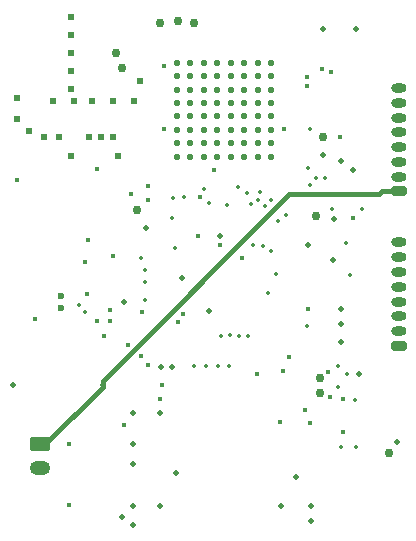
<source format=gbr>
%TF.GenerationSoftware,KiCad,Pcbnew,7.0.6*%
%TF.CreationDate,2024-02-04T23:38:57-08:00*%
%TF.ProjectId,sulu_ads1299,73756c75-5f61-4647-9331-3239392e6b69,rev?*%
%TF.SameCoordinates,Original*%
%TF.FileFunction,Copper,L4,Inr*%
%TF.FilePolarity,Positive*%
%FSLAX46Y46*%
G04 Gerber Fmt 4.6, Leading zero omitted, Abs format (unit mm)*
G04 Created by KiCad (PCBNEW 7.0.6) date 2024-02-04 23:38:57*
%MOMM*%
%LPD*%
G01*
G04 APERTURE LIST*
G04 Aperture macros list*
%AMRoundRect*
0 Rectangle with rounded corners*
0 $1 Rounding radius*
0 $2 $3 $4 $5 $6 $7 $8 $9 X,Y pos of 4 corners*
0 Add a 4 corners polygon primitive as box body*
4,1,4,$2,$3,$4,$5,$6,$7,$8,$9,$2,$3,0*
0 Add four circle primitives for the rounded corners*
1,1,$1+$1,$2,$3*
1,1,$1+$1,$4,$5*
1,1,$1+$1,$6,$7*
1,1,$1+$1,$8,$9*
0 Add four rect primitives between the rounded corners*
20,1,$1+$1,$2,$3,$4,$5,0*
20,1,$1+$1,$4,$5,$6,$7,0*
20,1,$1+$1,$6,$7,$8,$9,0*
20,1,$1+$1,$8,$9,$2,$3,0*%
G04 Aperture macros list end*
%TA.AperFunction,ComponentPad*%
%ADD10C,0.762000*%
%TD*%
%TA.AperFunction,ComponentPad*%
%ADD11RoundRect,0.250000X-0.625000X0.350000X-0.625000X-0.350000X0.625000X-0.350000X0.625000X0.350000X0*%
%TD*%
%TA.AperFunction,ComponentPad*%
%ADD12O,1.750000X1.200000*%
%TD*%
%TA.AperFunction,ComponentPad*%
%ADD13RoundRect,0.200000X0.450000X-0.200000X0.450000X0.200000X-0.450000X0.200000X-0.450000X-0.200000X0*%
%TD*%
%TA.AperFunction,ComponentPad*%
%ADD14O,1.300000X0.800000*%
%TD*%
%TA.AperFunction,ComponentPad*%
%ADD15C,0.568750*%
%TD*%
%TA.AperFunction,ComponentPad*%
%ADD16C,0.600000*%
%TD*%
%TA.AperFunction,ViaPad*%
%ADD17C,0.400000*%
%TD*%
%TA.AperFunction,ViaPad*%
%ADD18C,0.500000*%
%TD*%
%TA.AperFunction,ViaPad*%
%ADD19C,0.609600*%
%TD*%
%TA.AperFunction,ViaPad*%
%ADD20C,0.350000*%
%TD*%
%TA.AperFunction,Conductor*%
%ADD21C,0.406400*%
%TD*%
G04 APERTURE END LIST*
D10*
%TO.N,Net-(J11-pin)*%
%TO.C,J11*%
X94996000Y-55880000D03*
%TD*%
%TO.N,Net-(J8-pin)*%
%TO.C,J8*%
X94488000Y-54610000D03*
%TD*%
D11*
%TO.N,+EXT_BAT*%
%TO.C,J2*%
X88087200Y-87782400D03*
D12*
%TO.N,GND*%
X88087200Y-89782400D03*
%TD*%
D13*
%TO.N,+EXT_BAT*%
%TO.C,J1*%
X118433000Y-66351000D03*
D14*
%TO.N,/HARD_RESET*%
X118433000Y-65101000D03*
%TO.N,/3WB_DATA*%
X118433000Y-63851000D03*
%TO.N,/3WB_ENB*%
X118433000Y-62601000D03*
%TO.N,/3WB_CLK*%
X118433000Y-61351000D03*
%TO.N,/RsRx*%
X118433000Y-60101000D03*
%TO.N,/RsTx*%
X118433000Y-58851000D03*
%TO.N,GND*%
X118433000Y-57601000D03*
%TD*%
D10*
%TO.N,Net-(U4-CLK)*%
%TO.C,TP3*%
X111379000Y-68453000D03*
%TD*%
%TO.N,Net-(J20-pin)*%
%TO.C,J20*%
X96266000Y-67945000D03*
%TD*%
D15*
%TO.N,GND*%
%TO.C,U5*%
X99650750Y-55454750D03*
X99650750Y-56592250D03*
X99650750Y-57729750D03*
X99650750Y-58867250D03*
X99650750Y-60004750D03*
X99650750Y-61142250D03*
X99650750Y-62279750D03*
X99650750Y-63417250D03*
X100788250Y-55454750D03*
X100788250Y-56592250D03*
X100788250Y-57729750D03*
X100788250Y-58867250D03*
X100788250Y-60004750D03*
X100788250Y-61142250D03*
X100788250Y-62279750D03*
X100788250Y-63417250D03*
X101925750Y-55454750D03*
X101925750Y-56592250D03*
X101925750Y-57729750D03*
X101925750Y-58867250D03*
X101925750Y-60004750D03*
X101925750Y-61142250D03*
X101925750Y-62279750D03*
X101925750Y-63417250D03*
X103063250Y-55454750D03*
X103063250Y-56592250D03*
X103063250Y-57729750D03*
X103063250Y-58867250D03*
X103063250Y-60004750D03*
X103063250Y-61142250D03*
X103063250Y-62279750D03*
X103063250Y-63417250D03*
X104200750Y-55454750D03*
X104200750Y-56592250D03*
X104200750Y-57729750D03*
X104200750Y-58867250D03*
X104200750Y-60004750D03*
X104200750Y-61142250D03*
X104200750Y-62279750D03*
X104200750Y-63417250D03*
X105338250Y-55454750D03*
X105338250Y-56592250D03*
X105338250Y-57729750D03*
X105338250Y-58867250D03*
X105338250Y-60004750D03*
X105338250Y-61142250D03*
X105338250Y-62279750D03*
X105338250Y-63417250D03*
X106475750Y-55454750D03*
X106475750Y-56592250D03*
X106475750Y-57729750D03*
X106475750Y-58867250D03*
X106475750Y-60004750D03*
X106475750Y-61142250D03*
X106475750Y-62279750D03*
X106475750Y-63417250D03*
X107613250Y-55454750D03*
X107613250Y-56592250D03*
X107613250Y-57729750D03*
X107613250Y-58867250D03*
X107613250Y-60004750D03*
X107613250Y-61142250D03*
X107613250Y-62279750D03*
X107613250Y-63417250D03*
%TD*%
D10*
%TO.N,Net-(J4-pin)*%
%TO.C,J4*%
X98171000Y-52070000D03*
%TD*%
%TO.N,/ADS_IN1N_CONN*%
%TO.C,TP2*%
X111760000Y-82169000D03*
%TD*%
%TO.N,Net-(J5-pin)*%
%TO.C,J5*%
X99695000Y-51943000D03*
%TD*%
%TO.N,Net-(J6-pin)*%
%TO.C,J6*%
X101092000Y-52070000D03*
%TD*%
%TO.N,/SCUM_GPIO5*%
%TO.C,TP4*%
X117576600Y-88519000D03*
%TD*%
D16*
%TO.N,GND*%
%TO.C,U3*%
X89804200Y-75246800D03*
X89804200Y-76246800D03*
%TD*%
D10*
%TO.N,Net-(J16-pin)*%
%TO.C,J16*%
X112014000Y-61722000D03*
%TD*%
D13*
%TO.N,/SCUM_GPIO0*%
%TO.C,J7*%
X118433000Y-79432000D03*
D14*
%TO.N,/SCUM_GPIO3*%
X118433000Y-78182000D03*
%TO.N,/SCUM_GPIO11*%
X118433000Y-76932000D03*
%TO.N,/SCUM_GPIO12*%
X118433000Y-75682000D03*
%TO.N,/SCUM_GPIO13*%
X118433000Y-74432000D03*
%TO.N,/SCUM_GPIO14*%
X118433000Y-73182000D03*
%TO.N,/+1.8V_SCUM*%
X118433000Y-71932000D03*
%TO.N,/+1.8V_ADS*%
X118433000Y-70682000D03*
%TD*%
D10*
%TO.N,/ADS_IN1P_CONN*%
%TO.C,TP1*%
X111760000Y-83439000D03*
%TD*%
D17*
%TO.N,GND*%
X101600000Y-66802000D03*
D18*
X114554000Y-64516000D03*
X113538000Y-63754000D03*
D17*
%TO.N,/EXT_BAT_SW*%
X92837000Y-64465200D03*
X94259400Y-71805800D03*
%TO.N,/+1.8V_SCUM*%
X86110000Y-65352800D03*
%TO.N,Net-(U7-FEEDBACK)*%
X92075000Y-70487000D03*
X91897200Y-72361200D03*
D19*
%TO.N,GND*%
X92456000Y-58674000D03*
X92202000Y-61722000D03*
X94234000Y-61722000D03*
X90932000Y-58674000D03*
X96012000Y-58674000D03*
X89662000Y-61722000D03*
X87122000Y-61214000D03*
X86106000Y-60198000D03*
X88392000Y-61722000D03*
X89154000Y-58674000D03*
X86106000Y-58420000D03*
X90678000Y-57658000D03*
X90678000Y-56134000D03*
X90678000Y-54610000D03*
X96520000Y-57023000D03*
D18*
X113538000Y-76327000D03*
X113538000Y-77597000D03*
D19*
X90678000Y-51562000D03*
X90678000Y-53086000D03*
D18*
X98196400Y-85090000D03*
X103251000Y-70104000D03*
X100076000Y-73660000D03*
X112014000Y-52578000D03*
X108458000Y-92964000D03*
X95885000Y-85090000D03*
X98171000Y-92964000D03*
X102362000Y-76454000D03*
D19*
X90678000Y-63373000D03*
D18*
X98272600Y-81229200D03*
X95885000Y-94615000D03*
X110998000Y-94234000D03*
X110744000Y-70866000D03*
D19*
X93218000Y-61722000D03*
D18*
X95123000Y-75692000D03*
X112903000Y-68707000D03*
D19*
X94615000Y-63373000D03*
D18*
X99212400Y-81254600D03*
D19*
X94234000Y-58674000D03*
D18*
X113538000Y-79121000D03*
X109728000Y-90551000D03*
D20*
X110947200Y-61112400D03*
D18*
X95885000Y-89408000D03*
X95885000Y-92964000D03*
X112014000Y-63246000D03*
X95885000Y-87757000D03*
X112842000Y-72136000D03*
X110998000Y-92964000D03*
X114808000Y-52578000D03*
%TO.N,+EXT_BAT*%
X93373500Y-82753200D03*
D20*
%TO.N,+5V_REG*%
X96901000Y-74066400D03*
X96901000Y-73025000D03*
D17*
X93497400Y-78590200D03*
D20*
X96901000Y-75539600D03*
D17*
X110744000Y-76327000D03*
D18*
X118313200Y-87604600D03*
D20*
X96570800Y-72034400D03*
X91389200Y-75996800D03*
D17*
%TO.N,/+1.8V_SCUM*%
X98552000Y-55753000D03*
X102743000Y-64516000D03*
X95758000Y-66548000D03*
X114554000Y-68580000D03*
X108712000Y-61087000D03*
X98552000Y-61087000D03*
D18*
%TO.N,/+1.8V_ADS*%
X97000000Y-69497000D03*
X115064000Y-81788000D03*
%TO.N,/EXT_BAT_SW*%
X85750400Y-82778600D03*
D17*
X91998800Y-75031600D03*
D20*
X91897200Y-76606400D03*
D17*
X87655400Y-77139800D03*
%TO.N,/ADS_IN2N*%
X95504000Y-79354300D03*
X96596200Y-80314800D03*
%TO.N,/ADS_IN1N*%
X106454000Y-81788000D03*
X99771200Y-77393800D03*
X108585000Y-81557000D03*
X93954600Y-77361300D03*
%TO.N,/ADS_IN1P*%
X93954600Y-76391300D03*
X100177600Y-76758800D03*
X92862400Y-77361300D03*
D20*
%TO.N,/ADS_IN4N*%
X101092000Y-81153000D03*
X103378000Y-78613000D03*
%TO.N,/ADS_IN4P*%
X102108000Y-81153000D03*
X104140000Y-78486000D03*
%TO.N,/ADS_IN3N*%
X104902000Y-78613000D03*
X103124000Y-81153000D03*
%TO.N,/ADS_IN3P*%
X104013000Y-81153000D03*
X105664000Y-78613000D03*
%TO.N,/~{ADS_PWDN}*%
X113919000Y-70739000D03*
X113563400Y-88011000D03*
X114044000Y-81788000D03*
X107569000Y-71374000D03*
D17*
%TO.N,/HARD_RESET*%
X113474500Y-61785500D03*
D20*
%TO.N,/3WB_DATA*%
X115316000Y-67818000D03*
X112776000Y-67818000D03*
%TO.N,/3WB_ENB*%
X110871000Y-65786000D03*
X108839000Y-68326000D03*
%TO.N,/3WB_CLK*%
X108204000Y-68834000D03*
X112140074Y-65261531D03*
%TO.N,/RsRx*%
X111379000Y-65187818D03*
X107605220Y-67100211D03*
%TO.N,/RsTx*%
X110744000Y-64389000D03*
X106680000Y-66421000D03*
D18*
%TO.N,/ADS_IN4P_CONN*%
X99568000Y-90170000D03*
X94970600Y-93903800D03*
D17*
%TO.N,Net-(U5-AUX_LDO_OUTPUT)*%
X110617000Y-57404000D03*
X112649000Y-56261000D03*
%TO.N,Net-(J20-pin)*%
X97155000Y-65913000D03*
%TO.N,/SCUM_GPIO0*%
X97155000Y-67056000D03*
%TO.N,/SCUM_GPIO1*%
X90525600Y-92913200D03*
X98221800Y-83947000D03*
X98374200Y-82727800D03*
D20*
X99441000Y-71120000D03*
X99187000Y-68580000D03*
D17*
X110490000Y-84886800D03*
D20*
X99314000Y-66929000D03*
D17*
%TO.N,/SCUM_GPIO2*%
X109093000Y-80391000D03*
X90525600Y-87731600D03*
D20*
X100203000Y-66802000D03*
X110617000Y-77724000D03*
D17*
X110871000Y-85979000D03*
%TO.N,/SCUM_GPIO3*%
X101422200Y-70129400D03*
D20*
%TO.N,/SCUM_GPIO5*%
X114833400Y-88011000D03*
X113284000Y-82931000D03*
X101930200Y-66116200D03*
X114300000Y-73406000D03*
X114757200Y-83997800D03*
X106934000Y-70993000D03*
X113284000Y-81153000D03*
X105882000Y-67401000D03*
%TO.N,/SCUM_GPIO11*%
X107365800Y-74980800D03*
%TO.N,/SCUM_GPIO12*%
X108026200Y-73380600D03*
X107061000Y-67614800D03*
X104775000Y-66014600D03*
D17*
%TO.N,/SCUM_GPIO13*%
X103301800Y-70916800D03*
D20*
X102387400Y-67335400D03*
X105613200Y-66471800D03*
D17*
%TO.N,/SCUM_GPIO14*%
X105181400Y-72009000D03*
D20*
X103886000Y-67538600D03*
X106527600Y-67106800D03*
D17*
%TO.N,/SELF_TEST_P*%
X112420400Y-81686400D03*
X113690400Y-83947000D03*
%TO.N,/SELF_TEST_N*%
X113715800Y-86766400D03*
X112598200Y-83743800D03*
%TO.N,Net-(U5-VDDD_DISABLE)*%
X110617000Y-56642000D03*
X111887000Y-56007000D03*
D20*
%TO.N,Net-(U4-CLK)*%
X106045000Y-70866000D03*
D17*
%TO.N,/ADS1299/BIASINV*%
X96723200Y-76555600D03*
X97205800Y-81026000D03*
%TO.N,/ADS_BIAS_ELEC*%
X95123000Y-86106000D03*
X108331000Y-85852000D03*
%TD*%
D21*
%TO.N,+EXT_BAT*%
X116986200Y-66351000D02*
X118433000Y-66351000D01*
X109170800Y-66597200D02*
X116740000Y-66597200D01*
X93373500Y-82394500D02*
X109170800Y-66597200D01*
X116740000Y-66597200D02*
X116986200Y-66351000D01*
X93373500Y-82753200D02*
X93373500Y-82394500D01*
X88493600Y-87782400D02*
X88087200Y-87782400D01*
X93373500Y-82753200D02*
X93373500Y-82902500D01*
X93373500Y-82902500D02*
X88493600Y-87782400D01*
%TD*%
M02*

</source>
